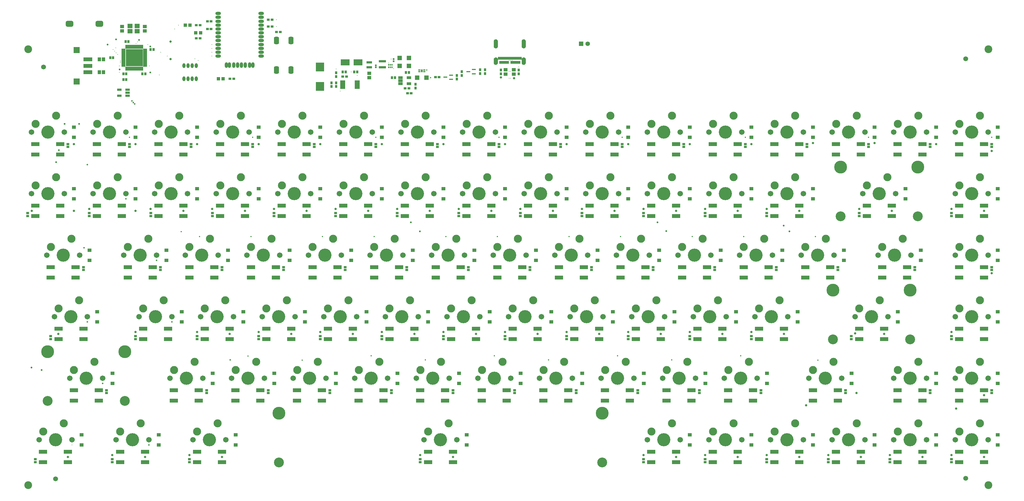
<source format=gbs>
G04*
G04 #@! TF.GenerationSoftware,Altium Limited,Altium Designer,19.0.15 (446)*
G04*
G04 Layer_Color=16711935*
%FSLAX44Y44*%
%MOMM*%
G71*
G01*
G75*
%ADD13C,2.4000*%
%ADD14C,4.0640*%
%ADD15C,1.7018*%
%ADD16C,2.4892*%
%ADD17C,3.9878*%
%ADD18C,3.0480*%
%ADD19R,1.4112X1.4112*%
%ADD20C,1.4112*%
%ADD21C,0.8032*%
%ADD22C,0.3048*%
%ADD23C,0.7000*%
%ADD24C,1.5000*%
%ADD25C,0.5588*%
%ADD26C,0.5842*%
%ADD27C,0.5080*%
%ADD28C,0.4318*%
%ADD29C,0.4300*%
%ADD66R,1.1684X0.4572*%
%ADD77R,0.5032X0.9032*%
%ADD78R,0.4000X0.5900*%
%ADD79R,0.4000X0.6200*%
G04:AMPARAMS|DCode=80|XSize=1.6032mm|YSize=2.3032mm|CornerRadius=0.4516mm|HoleSize=0mm|Usage=FLASHONLY|Rotation=0.000|XOffset=0mm|YOffset=0mm|HoleType=Round|Shape=RoundedRectangle|*
%AMROUNDEDRECTD80*
21,1,1.6032,1.4000,0,0,0.0*
21,1,0.7000,2.3032,0,0,0.0*
1,1,0.9032,0.3500,-0.7000*
1,1,0.9032,-0.3500,-0.7000*
1,1,0.9032,-0.3500,0.7000*
1,1,0.9032,0.3500,0.7000*
%
%ADD80ROUNDEDRECTD80*%
%ADD81R,0.9532X0.8032*%
%ADD82R,1.0032X1.0032*%
%ADD83O,0.9632X1.4732*%
%ADD84O,1.7032X1.0032*%
%ADD85O,1.0032X1.7032*%
%ADD86R,1.4132X0.7932*%
%ADD87R,0.8032X0.8432*%
%ADD88R,1.2032X1.1032*%
%ADD89R,1.6032X1.4032*%
%ADD90R,5.2832X5.2832*%
%ADD91R,1.2032X0.5032*%
%ADD92R,0.5032X1.2032*%
%ADD93R,1.0532X1.1532*%
%ADD94R,2.7532X1.2032*%
%ADD95R,1.9032X1.9032*%
G04:AMPARAMS|DCode=96|XSize=1.8032mm|YSize=2.3932mm|CornerRadius=0.5016mm|HoleSize=0mm|Usage=FLASHONLY|Rotation=270.000|XOffset=0mm|YOffset=0mm|HoleType=Round|Shape=RoundedRectangle|*
%AMROUNDEDRECTD96*
21,1,1.8032,1.3900,0,0,270.0*
21,1,0.8000,2.3932,0,0,270.0*
1,1,1.0032,-0.6950,-0.4000*
1,1,1.0032,-0.6950,0.4000*
1,1,1.0032,0.6950,0.4000*
1,1,1.0032,0.6950,-0.4000*
%
%ADD96ROUNDEDRECTD96*%
%ADD97R,0.5024X0.5524*%
%ADD98R,0.8032X0.9532*%
%ADD99R,1.8032X0.7032*%
%ADD100R,2.7032X1.9032*%
%ADD101R,2.6532X2.7532*%
%ADD102R,1.5748X0.6604*%
%ADD103R,1.4032X0.8932*%
%ADD104R,2.2032X0.8032*%
%ADD105R,1.4032X1.4032*%
%ADD106R,1.4032X1.4032*%
%ADD107R,0.6000X0.9100*%
%ADD108R,0.6500X0.4000*%
%ADD109R,0.3032X0.4032*%
%ADD110R,1.2032X0.9032*%
%ADD111R,1.1532X1.0532*%
%ADD112R,0.8432X0.8032*%
%ADD113R,2.5032X1.2032*%
%ADD114R,1.1532X1.1032*%
G36*
X1569550Y1367900D02*
Y1357900D01*
Y1357730D01*
X1569568Y1357390D01*
X1569603Y1357051D01*
X1569657Y1356715D01*
X1569727Y1356382D01*
X1569816Y1356053D01*
X1569921Y1355730D01*
X1570043Y1355412D01*
X1570181Y1355101D01*
X1570336Y1354797D01*
X1570506Y1354503D01*
X1570691Y1354217D01*
X1570891Y1353942D01*
X1571106Y1353677D01*
X1571333Y1353424D01*
X1571574Y1353183D01*
X1571827Y1352956D01*
X1572092Y1352742D01*
X1572367Y1352541D01*
X1572653Y1352356D01*
X1572947Y1352186D01*
X1573251Y1352031D01*
X1573562Y1351893D01*
X1573880Y1351771D01*
X1574203Y1351665D01*
X1574532Y1351577D01*
X1574865Y1351507D01*
X1575201Y1351453D01*
X1575540Y1351418D01*
X1575880Y1351400D01*
X1576050D01*
X1576220D01*
X1576560Y1351418D01*
X1576899Y1351453D01*
X1577235Y1351507D01*
X1577568Y1351577D01*
X1577897Y1351665D01*
X1578221Y1351771D01*
X1578538Y1351893D01*
X1578849Y1352031D01*
X1579153Y1352186D01*
X1579447Y1352356D01*
X1579733Y1352541D01*
X1580008Y1352741D01*
X1580273Y1352956D01*
X1580526Y1353183D01*
X1580766Y1353424D01*
X1580994Y1353677D01*
X1581208Y1353942D01*
X1581409Y1354217D01*
X1581594Y1354503D01*
X1581764Y1354797D01*
X1581919Y1355101D01*
X1582057Y1355412D01*
X1582179Y1355730D01*
X1582285Y1356053D01*
X1582373Y1356382D01*
X1582443Y1356715D01*
X1582497Y1357051D01*
X1582532Y1357390D01*
X1582550Y1357730D01*
Y1357900D01*
Y1367900D01*
Y1368070D01*
X1582532Y1368410D01*
X1582497Y1368749D01*
X1582443Y1369085D01*
X1582373Y1369418D01*
X1582285Y1369747D01*
X1582179Y1370070D01*
X1582057Y1370388D01*
X1581919Y1370699D01*
X1581764Y1371003D01*
X1581594Y1371297D01*
X1581409Y1371583D01*
X1581209Y1371858D01*
X1580994Y1372123D01*
X1580767Y1372376D01*
X1580526Y1372616D01*
X1580273Y1372844D01*
X1580008Y1373058D01*
X1579733Y1373259D01*
X1579447Y1373444D01*
X1579153Y1373614D01*
X1578849Y1373769D01*
X1578538Y1373907D01*
X1578221Y1374029D01*
X1577897Y1374135D01*
X1577568Y1374223D01*
X1577235Y1374293D01*
X1576899Y1374347D01*
X1576560Y1374382D01*
X1576220Y1374400D01*
X1576050D01*
X1575880D01*
X1575540Y1374382D01*
X1575201Y1374347D01*
X1574865Y1374293D01*
X1574532Y1374223D01*
X1574203Y1374135D01*
X1573880Y1374029D01*
X1573562Y1373907D01*
X1573251Y1373769D01*
X1572947Y1373614D01*
X1572653Y1373444D01*
X1572367Y1373259D01*
X1572092Y1373059D01*
X1571827Y1372844D01*
X1571574Y1372617D01*
X1571333Y1372376D01*
X1571106Y1372123D01*
X1570892Y1371858D01*
X1570691Y1371583D01*
X1570506Y1371297D01*
X1570336Y1371003D01*
X1570181Y1370699D01*
X1570043Y1370388D01*
X1569921Y1370070D01*
X1569816Y1369747D01*
X1569727Y1369418D01*
X1569657Y1369085D01*
X1569603Y1368749D01*
X1569568Y1368410D01*
X1569550Y1368070D01*
Y1367900D01*
D01*
D02*
G37*
G36*
Y1424500D02*
Y1408500D01*
X1569554Y1408368D01*
X1569583Y1408042D01*
X1569629Y1407717D01*
X1569691Y1407396D01*
X1569770Y1407078D01*
X1569866Y1406765D01*
X1569978Y1406457D01*
X1570106Y1406155D01*
X1570250Y1405861D01*
X1570409Y1405574D01*
X1570582Y1405296D01*
X1570770Y1405028D01*
X1570972Y1404770D01*
X1571187Y1404523D01*
X1571414Y1404287D01*
X1571654Y1404064D01*
X1571905Y1403853D01*
X1572166Y1403656D01*
X1572438Y1403473D01*
X1572719Y1403304D01*
X1573008Y1403150D01*
X1573305Y1403012D01*
X1573609Y1402889D01*
X1573918Y1402782D01*
X1574233Y1402692D01*
X1574552Y1402619D01*
X1574875Y1402562D01*
X1575200Y1402522D01*
X1575527Y1402499D01*
X1575855Y1402493D01*
X1576050Y1402500D01*
X1576245Y1402493D01*
X1576573Y1402499D01*
X1576900Y1402522D01*
X1577225Y1402562D01*
X1577547Y1402619D01*
X1577867Y1402692D01*
X1578181Y1402782D01*
X1578491Y1402889D01*
X1578795Y1403012D01*
X1579092Y1403150D01*
X1579381Y1403304D01*
X1579662Y1403473D01*
X1579933Y1403656D01*
X1580195Y1403853D01*
X1580446Y1404064D01*
X1580686Y1404287D01*
X1580913Y1404523D01*
X1581128Y1404770D01*
X1581330Y1405028D01*
X1581518Y1405296D01*
X1581691Y1405574D01*
X1581850Y1405861D01*
X1581994Y1406155D01*
X1582122Y1406457D01*
X1582234Y1406765D01*
X1582330Y1407078D01*
X1582409Y1407396D01*
X1582471Y1407717D01*
X1582517Y1408042D01*
X1582545Y1408368D01*
X1582550Y1408500D01*
Y1424500D01*
X1582545Y1424632D01*
X1582517Y1424958D01*
X1582471Y1425283D01*
X1582409Y1425604D01*
X1582330Y1425922D01*
X1582234Y1426235D01*
X1582122Y1426543D01*
X1581994Y1426845D01*
X1581850Y1427139D01*
X1581691Y1427426D01*
X1581518Y1427704D01*
X1581330Y1427972D01*
X1581128Y1428230D01*
X1580913Y1428477D01*
X1580686Y1428713D01*
X1580446Y1428936D01*
X1580195Y1429147D01*
X1579934Y1429344D01*
X1579662Y1429527D01*
X1579381Y1429696D01*
X1579092Y1429850D01*
X1578795Y1429988D01*
X1578491Y1430111D01*
X1578182Y1430217D01*
X1577867Y1430308D01*
X1577547Y1430381D01*
X1577225Y1430438D01*
X1576900Y1430478D01*
X1576573Y1430501D01*
X1576245Y1430507D01*
X1576050Y1430500D01*
X1575855Y1430507D01*
X1575527Y1430501D01*
X1575200Y1430478D01*
X1574875Y1430438D01*
X1574553Y1430381D01*
X1574233Y1430308D01*
X1573918Y1430218D01*
X1573609Y1430111D01*
X1573305Y1429988D01*
X1573008Y1429850D01*
X1572719Y1429696D01*
X1572438Y1429527D01*
X1572166Y1429344D01*
X1571905Y1429147D01*
X1571654Y1428936D01*
X1571414Y1428713D01*
X1571187Y1428477D01*
X1570972Y1428230D01*
X1570770Y1427972D01*
X1570582Y1427704D01*
X1570409Y1427426D01*
X1570250Y1427139D01*
X1570106Y1426845D01*
X1569978Y1426543D01*
X1569866Y1426236D01*
X1569770Y1425922D01*
X1569691Y1425604D01*
X1569629Y1425283D01*
X1569583Y1424958D01*
X1569554Y1424632D01*
X1569550Y1424500D01*
D01*
D02*
G37*
G36*
X1655950Y1367900D02*
Y1357900D01*
Y1357730D01*
X1655968Y1357390D01*
X1656003Y1357051D01*
X1656057Y1356715D01*
X1656127Y1356382D01*
X1656216Y1356053D01*
X1656321Y1355730D01*
X1656443Y1355412D01*
X1656581Y1355101D01*
X1656736Y1354797D01*
X1656906Y1354503D01*
X1657091Y1354217D01*
X1657291Y1353942D01*
X1657506Y1353677D01*
X1657733Y1353424D01*
X1657974Y1353183D01*
X1658227Y1352956D01*
X1658492Y1352742D01*
X1658767Y1352541D01*
X1659053Y1352356D01*
X1659347Y1352186D01*
X1659651Y1352031D01*
X1659962Y1351893D01*
X1660280Y1351771D01*
X1660603Y1351665D01*
X1660932Y1351577D01*
X1661265Y1351507D01*
X1661601Y1351453D01*
X1661940Y1351418D01*
X1662280Y1351400D01*
X1662450D01*
X1662620D01*
X1662960Y1351418D01*
X1663299Y1351453D01*
X1663635Y1351507D01*
X1663968Y1351577D01*
X1664297Y1351665D01*
X1664621Y1351771D01*
X1664938Y1351893D01*
X1665249Y1352031D01*
X1665553Y1352186D01*
X1665847Y1352356D01*
X1666133Y1352541D01*
X1666408Y1352741D01*
X1666673Y1352956D01*
X1666926Y1353183D01*
X1667166Y1353424D01*
X1667394Y1353677D01*
X1667608Y1353942D01*
X1667809Y1354217D01*
X1667994Y1354503D01*
X1668164Y1354797D01*
X1668319Y1355101D01*
X1668457Y1355412D01*
X1668579Y1355730D01*
X1668685Y1356053D01*
X1668773Y1356382D01*
X1668843Y1356715D01*
X1668897Y1357051D01*
X1668932Y1357390D01*
X1668950Y1357730D01*
Y1357900D01*
Y1367900D01*
Y1368070D01*
X1668932Y1368410D01*
X1668897Y1368749D01*
X1668843Y1369085D01*
X1668773Y1369418D01*
X1668685Y1369747D01*
X1668579Y1370070D01*
X1668457Y1370388D01*
X1668319Y1370699D01*
X1668164Y1371003D01*
X1667994Y1371297D01*
X1667809Y1371583D01*
X1667609Y1371858D01*
X1667394Y1372123D01*
X1667167Y1372376D01*
X1666926Y1372616D01*
X1666673Y1372844D01*
X1666408Y1373058D01*
X1666133Y1373259D01*
X1665847Y1373444D01*
X1665553Y1373614D01*
X1665249Y1373769D01*
X1664938Y1373907D01*
X1664621Y1374029D01*
X1664297Y1374135D01*
X1663968Y1374223D01*
X1663635Y1374293D01*
X1663299Y1374347D01*
X1662960Y1374382D01*
X1662620Y1374400D01*
X1662450D01*
X1662280D01*
X1661940Y1374382D01*
X1661601Y1374347D01*
X1661265Y1374293D01*
X1660932Y1374223D01*
X1660603Y1374135D01*
X1660280Y1374029D01*
X1659962Y1373907D01*
X1659651Y1373769D01*
X1659347Y1373614D01*
X1659053Y1373444D01*
X1658767Y1373259D01*
X1658492Y1373059D01*
X1658227Y1372844D01*
X1657974Y1372617D01*
X1657733Y1372376D01*
X1657506Y1372123D01*
X1657292Y1371858D01*
X1657091Y1371583D01*
X1656906Y1371297D01*
X1656736Y1371003D01*
X1656581Y1370699D01*
X1656443Y1370388D01*
X1656321Y1370070D01*
X1656216Y1369747D01*
X1656127Y1369418D01*
X1656057Y1369085D01*
X1656003Y1368749D01*
X1655968Y1368410D01*
X1655950Y1368070D01*
Y1367900D01*
D01*
D02*
G37*
G36*
Y1424500D02*
Y1408500D01*
X1655954Y1408368D01*
X1655983Y1408042D01*
X1656029Y1407717D01*
X1656091Y1407396D01*
X1656170Y1407078D01*
X1656266Y1406765D01*
X1656378Y1406457D01*
X1656506Y1406155D01*
X1656650Y1405861D01*
X1656809Y1405574D01*
X1656982Y1405296D01*
X1657170Y1405028D01*
X1657372Y1404770D01*
X1657587Y1404523D01*
X1657814Y1404287D01*
X1658054Y1404064D01*
X1658305Y1403853D01*
X1658566Y1403656D01*
X1658838Y1403473D01*
X1659119Y1403304D01*
X1659408Y1403150D01*
X1659705Y1403012D01*
X1660009Y1402889D01*
X1660318Y1402782D01*
X1660633Y1402692D01*
X1660952Y1402619D01*
X1661275Y1402562D01*
X1661600Y1402522D01*
X1661927Y1402499D01*
X1662255Y1402493D01*
X1662450Y1402500D01*
X1662645Y1402493D01*
X1662973Y1402499D01*
X1663300Y1402522D01*
X1663625Y1402562D01*
X1663947Y1402619D01*
X1664267Y1402692D01*
X1664581Y1402782D01*
X1664891Y1402889D01*
X1665195Y1403012D01*
X1665492Y1403150D01*
X1665781Y1403304D01*
X1666062Y1403473D01*
X1666333Y1403656D01*
X1666595Y1403853D01*
X1666846Y1404064D01*
X1667086Y1404287D01*
X1667313Y1404523D01*
X1667528Y1404770D01*
X1667730Y1405028D01*
X1667918Y1405296D01*
X1668091Y1405574D01*
X1668250Y1405861D01*
X1668394Y1406155D01*
X1668522Y1406457D01*
X1668634Y1406765D01*
X1668730Y1407078D01*
X1668809Y1407396D01*
X1668871Y1407717D01*
X1668917Y1408042D01*
X1668945Y1408368D01*
X1668950Y1408500D01*
Y1424500D01*
X1668945Y1424632D01*
X1668917Y1424958D01*
X1668871Y1425283D01*
X1668809Y1425604D01*
X1668730Y1425922D01*
X1668634Y1426235D01*
X1668522Y1426543D01*
X1668394Y1426845D01*
X1668250Y1427139D01*
X1668091Y1427426D01*
X1667918Y1427704D01*
X1667730Y1427972D01*
X1667528Y1428230D01*
X1667313Y1428477D01*
X1667086Y1428713D01*
X1666846Y1428936D01*
X1666595Y1429147D01*
X1666334Y1429344D01*
X1666062Y1429527D01*
X1665781Y1429696D01*
X1665492Y1429850D01*
X1665195Y1429988D01*
X1664891Y1430111D01*
X1664582Y1430217D01*
X1664267Y1430308D01*
X1663947Y1430381D01*
X1663625Y1430438D01*
X1663300Y1430478D01*
X1662973Y1430501D01*
X1662645Y1430507D01*
X1662450Y1430500D01*
X1662255Y1430507D01*
X1661927Y1430501D01*
X1661600Y1430478D01*
X1661275Y1430438D01*
X1660953Y1430381D01*
X1660633Y1430308D01*
X1660318Y1430218D01*
X1660009Y1430111D01*
X1659705Y1429988D01*
X1659408Y1429850D01*
X1659119Y1429696D01*
X1658838Y1429527D01*
X1658566Y1429344D01*
X1658305Y1429147D01*
X1658054Y1428936D01*
X1657814Y1428713D01*
X1657587Y1428477D01*
X1657372Y1428230D01*
X1657170Y1427972D01*
X1656982Y1427704D01*
X1656809Y1427426D01*
X1656650Y1427139D01*
X1656506Y1426845D01*
X1656378Y1426543D01*
X1656266Y1426236D01*
X1656170Y1425922D01*
X1656091Y1425604D01*
X1656029Y1425283D01*
X1655983Y1424958D01*
X1655954Y1424632D01*
X1655950Y1424500D01*
D01*
D02*
G37*
D13*
X130000Y50000D02*
D03*
X3100000D02*
D03*
Y1400000D02*
D03*
X130000D02*
D03*
D14*
X381000Y1143000D02*
D03*
X2571750Y762000D02*
D03*
X690565Y190500D02*
D03*
X452435D02*
D03*
X214312D02*
D03*
X309562Y381000D02*
D03*
X261938Y571500D02*
D03*
X238125Y762000D02*
D03*
X2762250Y952500D02*
D03*
X2809875Y762000D02*
D03*
X2738443Y571500D02*
D03*
X2595557Y381000D02*
D03*
X1404935Y190500D02*
D03*
X190500Y1143000D02*
D03*
X571500D02*
D03*
X762000D02*
D03*
X952500D02*
D03*
X1143000D02*
D03*
X1333500D02*
D03*
X1524000D02*
D03*
X1714500D02*
D03*
X1905000D02*
D03*
X2095500D02*
D03*
X2286000D02*
D03*
X2476500D02*
D03*
X2667000D02*
D03*
X2857500D02*
D03*
X3048000D02*
D03*
X381000Y952500D02*
D03*
X190500D02*
D03*
X571500D02*
D03*
X762000D02*
D03*
X952500D02*
D03*
X1143000D02*
D03*
X1333500D02*
D03*
X1524000D02*
D03*
X1714500D02*
D03*
X1905000D02*
D03*
X2095500D02*
D03*
X2286000D02*
D03*
X2476500D02*
D03*
X3048000D02*
D03*
X476250Y762000D02*
D03*
X666750D02*
D03*
X857250D02*
D03*
X1047750D02*
D03*
X1238250D02*
D03*
X1428750D02*
D03*
X1619250D02*
D03*
X1809750D02*
D03*
X2000250D02*
D03*
X2190750D02*
D03*
X2381250D02*
D03*
X3048000D02*
D03*
X523880Y571500D02*
D03*
X714380D02*
D03*
X904880D02*
D03*
X1095380D02*
D03*
X1285880D02*
D03*
X1476380D02*
D03*
X1666880D02*
D03*
X1857380D02*
D03*
X2047880D02*
D03*
X2238380D02*
D03*
X2428880D02*
D03*
X3048000D02*
D03*
X619123Y381000D02*
D03*
X809620D02*
D03*
X1000120D02*
D03*
X1190620D02*
D03*
X1381120D02*
D03*
X1571620D02*
D03*
X1762120D02*
D03*
X1952620D02*
D03*
X2143120D02*
D03*
X2333620D02*
D03*
X2857500D02*
D03*
X3048000D02*
D03*
X2095502Y190500D02*
D03*
X2286000D02*
D03*
X2476500D02*
D03*
X2667000D02*
D03*
X2857500D02*
D03*
X3048000D02*
D03*
D15*
X431800Y1143000D02*
D03*
X330200D02*
D03*
X2622550Y762000D02*
D03*
X2520950D02*
D03*
X639765Y190500D02*
D03*
X741365D02*
D03*
X401635D02*
D03*
X503235D02*
D03*
X163512D02*
D03*
X265112D02*
D03*
X360363Y381000D02*
D03*
X258762D02*
D03*
X312738Y571500D02*
D03*
X211138D02*
D03*
X288925Y762000D02*
D03*
X187325D02*
D03*
X2711450Y952500D02*
D03*
X2813050D02*
D03*
X2860675Y762000D02*
D03*
X2759075D02*
D03*
X2789243Y571500D02*
D03*
X2687643D02*
D03*
X2646357Y381000D02*
D03*
X2544757D02*
D03*
X1455735Y190500D02*
D03*
X1354135D02*
D03*
X139700Y1143000D02*
D03*
X241300D02*
D03*
X520700D02*
D03*
X622300D02*
D03*
X711200D02*
D03*
X812800D02*
D03*
X901700D02*
D03*
X1003300D02*
D03*
X1092200D02*
D03*
X1193800D02*
D03*
X1282700D02*
D03*
X1384300D02*
D03*
X1473200D02*
D03*
X1574800D02*
D03*
X1663700D02*
D03*
X1765300D02*
D03*
X1854200D02*
D03*
X1955800D02*
D03*
X2044700D02*
D03*
X2146300D02*
D03*
X2235200D02*
D03*
X2336800D02*
D03*
X2425700D02*
D03*
X2527300D02*
D03*
X2616200D02*
D03*
X2717800D02*
D03*
X2806700D02*
D03*
X2908300D02*
D03*
X2997200D02*
D03*
X3098800D02*
D03*
X330200Y952500D02*
D03*
X431800D02*
D03*
X139700D02*
D03*
X241300D02*
D03*
X520700D02*
D03*
X622300D02*
D03*
X711200D02*
D03*
X812800D02*
D03*
X901700D02*
D03*
X1003300D02*
D03*
X1092200D02*
D03*
X1193800D02*
D03*
X1282700D02*
D03*
X1384300D02*
D03*
X1473200D02*
D03*
X1574800D02*
D03*
X1663700D02*
D03*
X1765300D02*
D03*
X1854200D02*
D03*
X1955800D02*
D03*
X2044700D02*
D03*
X2146300D02*
D03*
X2235200D02*
D03*
X2336800D02*
D03*
X2425700D02*
D03*
X2527300D02*
D03*
X2997200D02*
D03*
X3098800D02*
D03*
X425450Y762000D02*
D03*
X527050D02*
D03*
X615950D02*
D03*
X717550D02*
D03*
X806450D02*
D03*
X908050D02*
D03*
X996950D02*
D03*
X1098550D02*
D03*
X1187450D02*
D03*
X1289050D02*
D03*
X1377950D02*
D03*
X1479550D02*
D03*
X1568450D02*
D03*
X1670050D02*
D03*
X1758950D02*
D03*
X1860550D02*
D03*
X1949450D02*
D03*
X2051050D02*
D03*
X2139950D02*
D03*
X2241550D02*
D03*
X2330450D02*
D03*
X2432050D02*
D03*
X2997200D02*
D03*
X3098800D02*
D03*
X473080Y571500D02*
D03*
X574680D02*
D03*
X663580D02*
D03*
X765180D02*
D03*
X854080D02*
D03*
X955680D02*
D03*
X1044580D02*
D03*
X1146180D02*
D03*
X1235080D02*
D03*
X1336680D02*
D03*
X1425580D02*
D03*
X1527180D02*
D03*
X1616080D02*
D03*
X1717680D02*
D03*
X1806580D02*
D03*
X1908180D02*
D03*
X1997080D02*
D03*
X2098680D02*
D03*
X2187580D02*
D03*
X2289180D02*
D03*
X2378080D02*
D03*
X2479680D02*
D03*
X2997200D02*
D03*
X3098800D02*
D03*
X568322Y381000D02*
D03*
X669922D02*
D03*
X758820D02*
D03*
X860420D02*
D03*
X949320D02*
D03*
X1050920D02*
D03*
X1139820D02*
D03*
X1241420D02*
D03*
X1330320D02*
D03*
X1431920D02*
D03*
X1520820D02*
D03*
X1622420D02*
D03*
X1711320D02*
D03*
X1812920D02*
D03*
X1901820D02*
D03*
X2003420D02*
D03*
X2092320D02*
D03*
X2193920D02*
D03*
X2282820D02*
D03*
X2384420D02*
D03*
X2806700D02*
D03*
X2908300D02*
D03*
X2997200D02*
D03*
X3098800D02*
D03*
X2044702Y190500D02*
D03*
X2146302D02*
D03*
X2235200D02*
D03*
X2336800D02*
D03*
X2425700D02*
D03*
X2527300D02*
D03*
X2616200D02*
D03*
X2717800D02*
D03*
X2806700D02*
D03*
X2908300D02*
D03*
X2997200D02*
D03*
X3098800D02*
D03*
D16*
X406400Y1193800D02*
D03*
X342900Y1168400D02*
D03*
X2597150Y812800D02*
D03*
X2533650Y787400D02*
D03*
X652465Y215900D02*
D03*
X715965Y241300D02*
D03*
X414335Y215900D02*
D03*
X477835Y241300D02*
D03*
X176213Y215900D02*
D03*
X239713Y241300D02*
D03*
X334963Y431800D02*
D03*
X271462Y406400D02*
D03*
X287337Y622300D02*
D03*
X223838Y596900D02*
D03*
X263525Y812800D02*
D03*
X200025Y787400D02*
D03*
X2724150Y977900D02*
D03*
X2787650Y1003300D02*
D03*
X2835275Y812800D02*
D03*
X2771775Y787400D02*
D03*
X2763842Y622300D02*
D03*
X2700343Y596900D02*
D03*
X2620957Y431800D02*
D03*
X2557457Y406400D02*
D03*
X1430335Y241300D02*
D03*
X1366835Y215900D02*
D03*
X152400Y1168400D02*
D03*
X215900Y1193800D02*
D03*
X533400Y1168400D02*
D03*
X596900Y1193800D02*
D03*
X723900Y1168400D02*
D03*
X787400Y1193800D02*
D03*
X914400Y1168400D02*
D03*
X977900Y1193800D02*
D03*
X1104900Y1168400D02*
D03*
X1168400Y1193800D02*
D03*
X1295400Y1168400D02*
D03*
X1358900Y1193800D02*
D03*
X1485900Y1168400D02*
D03*
X1549400Y1193800D02*
D03*
X1676400Y1168400D02*
D03*
X1739900Y1193800D02*
D03*
X1866900Y1168400D02*
D03*
X1930400Y1193800D02*
D03*
X2057400Y1168400D02*
D03*
X2120900Y1193800D02*
D03*
X2247900Y1168400D02*
D03*
X2311400Y1193800D02*
D03*
X2438400Y1168400D02*
D03*
X2501900Y1193800D02*
D03*
X2628900Y1168400D02*
D03*
X2692400Y1193800D02*
D03*
X2819400Y1168400D02*
D03*
X2882900Y1193800D02*
D03*
X3009900Y1168400D02*
D03*
X3073400Y1193800D02*
D03*
X342900Y977900D02*
D03*
X406400Y1003300D02*
D03*
X152400Y977900D02*
D03*
X215900Y1003300D02*
D03*
X533400Y977900D02*
D03*
X596900Y1003300D02*
D03*
X723900Y977900D02*
D03*
X787400Y1003300D02*
D03*
X914400Y977900D02*
D03*
X977900Y1003300D02*
D03*
X1104900Y977900D02*
D03*
X1168400Y1003300D02*
D03*
X1295400Y977900D02*
D03*
X1358900Y1003300D02*
D03*
X1485900Y977900D02*
D03*
X1549400Y1003300D02*
D03*
X1676400Y977900D02*
D03*
X1739900Y1003300D02*
D03*
X1866900Y977900D02*
D03*
X1930400Y1003300D02*
D03*
X2057400Y977900D02*
D03*
X2120900Y1003300D02*
D03*
X2247900Y977900D02*
D03*
X2311400Y1003300D02*
D03*
X2438400Y977900D02*
D03*
X2501900Y1003300D02*
D03*
X3009900Y977900D02*
D03*
X3073400Y1003300D02*
D03*
X438150Y787400D02*
D03*
X501650Y812800D02*
D03*
X628650Y787400D02*
D03*
X692150Y812800D02*
D03*
X819150Y787400D02*
D03*
X882650Y812800D02*
D03*
X1009650Y787400D02*
D03*
X1073150Y812800D02*
D03*
X1200150Y787400D02*
D03*
X1263650Y812800D02*
D03*
X1390650Y787400D02*
D03*
X1454150Y812800D02*
D03*
X1581150Y787400D02*
D03*
X1644650Y812800D02*
D03*
X1771650Y787400D02*
D03*
X1835150Y812800D02*
D03*
X1962150Y787400D02*
D03*
X2025650Y812800D02*
D03*
X2152650Y787400D02*
D03*
X2216150Y812800D02*
D03*
X2343150Y787400D02*
D03*
X2406650Y812800D02*
D03*
X3009900Y787400D02*
D03*
X3073400Y812800D02*
D03*
X485780Y596900D02*
D03*
X549280Y622300D02*
D03*
X676280Y596900D02*
D03*
X739780Y622300D02*
D03*
X866780Y596900D02*
D03*
X930280Y622300D02*
D03*
X1057280Y596900D02*
D03*
X1120780Y622300D02*
D03*
X1247780Y596900D02*
D03*
X1311280Y622300D02*
D03*
X1438280Y596900D02*
D03*
X1501780Y622300D02*
D03*
X1628780Y596900D02*
D03*
X1692280Y622300D02*
D03*
X1819280Y596900D02*
D03*
X1882780Y622300D02*
D03*
X2009780Y596900D02*
D03*
X2073280Y622300D02*
D03*
X2200280Y596900D02*
D03*
X2263780Y622300D02*
D03*
X2390780Y596900D02*
D03*
X2454280Y622300D02*
D03*
X3009900Y596900D02*
D03*
X3073400Y622300D02*
D03*
X581022Y406400D02*
D03*
X644522Y431800D02*
D03*
X771520Y406400D02*
D03*
X835020Y431800D02*
D03*
X962020Y406400D02*
D03*
X1025520Y431800D02*
D03*
X1152520Y406400D02*
D03*
X1216020Y431800D02*
D03*
X1343020Y406400D02*
D03*
X1406520Y431800D02*
D03*
X1533520Y406400D02*
D03*
X1597020Y431800D02*
D03*
X1724020Y406400D02*
D03*
X1787520Y431800D02*
D03*
X1914520Y406400D02*
D03*
X1978020Y431800D02*
D03*
X2105020Y406400D02*
D03*
X2168520Y431800D02*
D03*
X2295520Y406400D02*
D03*
X2359020Y431800D02*
D03*
X2819400Y406400D02*
D03*
X2882900Y431800D02*
D03*
X3009900Y406400D02*
D03*
X3073400Y431800D02*
D03*
X2057402Y215900D02*
D03*
X2120903Y241300D02*
D03*
X2247900Y215900D02*
D03*
X2311400Y241300D02*
D03*
X2438400Y215900D02*
D03*
X2501900Y241300D02*
D03*
X2628900Y215900D02*
D03*
X2692400Y241300D02*
D03*
X2819400Y215900D02*
D03*
X2882900Y241300D02*
D03*
X3009900Y215900D02*
D03*
X3073400Y241300D02*
D03*
D17*
X190182Y463550D02*
D03*
X428942D02*
D03*
X2881630Y1035050D02*
D03*
X2642870D02*
D03*
X2619062Y654050D02*
D03*
X2857823D02*
D03*
X904935Y273050D02*
D03*
X1904935D02*
D03*
D18*
X190182Y311150D02*
D03*
X428942D02*
D03*
X2881630Y882650D02*
D03*
X2642870D02*
D03*
X2619062Y501650D02*
D03*
X2857823D02*
D03*
X904935Y120650D02*
D03*
X1904935D02*
D03*
D19*
X1840000Y1416500D02*
D03*
D20*
X1860000D02*
D03*
D21*
X1662450D02*
D03*
X1576050D02*
D03*
X1662450Y1362900D02*
D03*
X1576050D02*
D03*
D22*
X1260000Y1339340D02*
D03*
X1082500Y1339187D02*
D03*
X1128710Y1329250D02*
D03*
X560000Y1378500D02*
D03*
X594500Y1474500D02*
D03*
X582500Y1462500D02*
D03*
X467500Y1422500D02*
D03*
X265110Y174750D02*
D03*
X463000Y1417500D02*
D03*
X392500Y1398500D02*
D03*
X397341Y1393500D02*
D03*
X401635Y1388500D02*
D03*
X406400Y1383500D02*
D03*
X415000Y1363286D02*
D03*
Y1358714D02*
D03*
X411950Y1328500D02*
D03*
X505000Y1348500D02*
D03*
X535000Y1320000D02*
D03*
X411950Y1348500D02*
D03*
X400874Y1404126D02*
D03*
X1095000Y1270250D02*
D03*
X539500Y1390500D02*
D03*
X697500Y1378500D02*
D03*
Y1390500D02*
D03*
Y1402500D02*
D03*
X500000Y1414500D02*
D03*
X697500D02*
D03*
X1616964Y1310000D02*
D03*
X1621536D02*
D03*
X655710Y1365000D02*
D03*
X897500Y1491000D02*
D03*
X645000Y1370000D02*
D03*
X897500Y1470000D02*
D03*
X1245000Y1357749D02*
D03*
X1621536Y1365300D02*
D03*
X1616964Y1331000D02*
D03*
X1621536D02*
D03*
X1616964Y1365300D02*
D03*
X1147098Y1318152D02*
D03*
X1252500Y1368950D02*
D03*
X1646750Y1345000D02*
D03*
X1626721Y1365300D02*
D03*
D23*
X1632500Y1309815D02*
D03*
X1591786Y1312230D02*
D03*
X3086500Y328472D02*
D03*
X2999813Y287500D02*
D03*
X2691997Y335200D02*
D03*
X2536043Y297500D02*
D03*
X3086500Y137500D02*
D03*
X2896000D02*
D03*
X2985691Y143000D02*
D03*
X2795190D02*
D03*
X2705500Y137500D02*
D03*
X2515000D02*
D03*
X2604691Y143000D02*
D03*
X2414190D02*
D03*
X2324503Y137500D02*
D03*
X2134002D02*
D03*
X2223690Y143000D02*
D03*
X2033190D02*
D03*
X1443435Y137500D02*
D03*
X1342630Y143000D02*
D03*
X729060Y137500D02*
D03*
X628250Y143000D02*
D03*
X490935Y137500D02*
D03*
X390130Y143000D02*
D03*
X252812Y137500D02*
D03*
X3110310Y706000D02*
D03*
X2985690Y524000D02*
D03*
X2687643Y520000D02*
D03*
X2467380Y518500D02*
D03*
X2276880D02*
D03*
X2366570Y524000D02*
D03*
X2176070D02*
D03*
X2086378Y518500D02*
D03*
X1895877D02*
D03*
X1985570Y524000D02*
D03*
X1795070D02*
D03*
X1705378Y518500D02*
D03*
X1514877D02*
D03*
X1604570Y524000D02*
D03*
X1414070D02*
D03*
X1324377Y518500D02*
D03*
X1133877D02*
D03*
X1223570Y524000D02*
D03*
X1033070D02*
D03*
X943380Y518500D02*
D03*
X752880D02*
D03*
X842570Y524000D02*
D03*
X652070D02*
D03*
X461570D02*
D03*
X222621Y518500D02*
D03*
X2776942D02*
D03*
X318690Y905000D02*
D03*
X141106Y899148D02*
D03*
X699100Y905000D02*
D03*
X508600D02*
D03*
X1080438D02*
D03*
X889938D02*
D03*
X1461690D02*
D03*
X1271190D02*
D03*
X1842438D02*
D03*
X1651938D02*
D03*
X2033190D02*
D03*
X2223690D02*
D03*
X2414190D02*
D03*
X2699940D02*
D03*
X2985690D02*
D03*
X3086500Y899148D02*
D03*
X2800750Y899500D02*
D03*
X2515000D02*
D03*
X2133997D02*
D03*
X2324495D02*
D03*
X1753000Y899500D02*
D03*
X1943497D02*
D03*
X1372000D02*
D03*
X1562497D02*
D03*
X991000D02*
D03*
X1181497D02*
D03*
X610000D02*
D03*
X800497D02*
D03*
X271462D02*
D03*
X461960D02*
D03*
X3110310Y1085000D02*
D03*
X2938210Y1106000D02*
D03*
X2557460Y1109472D02*
D03*
X2747960D02*
D03*
X2176210Y1106000D02*
D03*
X2366707D02*
D03*
X1795460D02*
D03*
X1985957D02*
D03*
X1414460D02*
D03*
X1604957D02*
D03*
X1033460D02*
D03*
X1223957D02*
D03*
X652210D02*
D03*
X842707D02*
D03*
X461960D02*
D03*
X271462D02*
D03*
X570000Y1368950D02*
D03*
Y1423680D02*
D03*
D24*
X177500Y1345000D02*
D03*
X214312Y70000D02*
D03*
X3030000Y71270D02*
D03*
Y1370000D02*
D03*
D25*
X375000Y1414000D02*
D03*
X225000Y1087000D02*
D03*
X215900Y1050000D02*
D03*
X171400Y406400D02*
D03*
X139700Y414200D02*
D03*
X287337Y1168400D02*
D03*
X242500D02*
D03*
X1341434Y836000D02*
D03*
X1313434Y864000D02*
D03*
X2076000Y863437D02*
D03*
X2103000Y836437D02*
D03*
X2484434Y836000D02*
D03*
X2466434Y854000D02*
D03*
D26*
X412500Y1337500D02*
D03*
X401635Y1430000D02*
D03*
X507500Y1408372D02*
D03*
X473080Y1428200D02*
D03*
X507500Y1327363D02*
D03*
D27*
X503240Y174750D02*
D03*
X360360Y365250D02*
D03*
X754759Y438069D02*
D03*
X312740Y555750D02*
D03*
X574680D02*
D03*
X302500Y785000D02*
D03*
X450435Y1240000D02*
D03*
X527050Y746250D02*
D03*
X455000Y1235000D02*
D03*
X312500Y1042262D02*
D03*
X459086Y1230000D02*
D03*
X431800Y936750D02*
D03*
D28*
X443310Y1127250D02*
D03*
X2572500Y437310D02*
D03*
X2333800Y450500D02*
D03*
X1952710Y450250D02*
D03*
X2120590Y437560D02*
D03*
X1571800Y450500D02*
D03*
X1739680Y437810D02*
D03*
X1190710Y450250D02*
D03*
X1358590Y437560D02*
D03*
X977500Y437310D02*
D03*
X809620Y450000D02*
D03*
X2564550Y820000D02*
D03*
X2183550D02*
D03*
X1802550D02*
D03*
X1421550D02*
D03*
X1040000D02*
D03*
X660000Y819550D02*
D03*
X2343150Y820000D02*
D03*
X1962150D02*
D03*
X1581150D02*
D03*
X1200150D02*
D03*
X819150D02*
D03*
X602750Y835000D02*
D03*
X824310Y1127250D02*
D03*
X1205310D02*
D03*
X1586310D02*
D03*
X1967310D02*
D03*
X2348310D02*
D03*
X2729310D02*
D03*
X3110310D02*
D03*
D29*
X1374450Y1312050D02*
D03*
X1362500Y1335250D02*
D03*
D66*
X1420094Y1313000D02*
D03*
X1437620Y1306500D02*
D03*
Y1319500D02*
D03*
X1490954Y1330250D02*
D03*
X1508480Y1323749D02*
D03*
Y1336750D02*
D03*
D77*
X1614250Y1358800D02*
D03*
X1624250D02*
D03*
X1621750Y1371800D02*
D03*
X1616750D02*
D03*
X1596750D02*
D03*
X1601750D02*
D03*
X1606750D02*
D03*
X1611750D02*
D03*
X1626750D02*
D03*
X1631750D02*
D03*
X1636750D02*
D03*
X1641750D02*
D03*
X1649250Y1358800D02*
D03*
X1644250D02*
D03*
X1639250D02*
D03*
X1634250D02*
D03*
X1629250D02*
D03*
X1609250D02*
D03*
X1604250D02*
D03*
X1599250D02*
D03*
X1594250D02*
D03*
X1589250D02*
D03*
D78*
X1245000Y1343900D02*
D03*
X1250000D02*
D03*
X1255000D02*
D03*
Y1351599D02*
D03*
X1250000D02*
D03*
D79*
X1245000D02*
D03*
D80*
X943000Y1335500D02*
D03*
X898000D02*
D03*
Y1426500D02*
D03*
X943000D02*
D03*
D81*
X898000Y1453500D02*
D03*
X909500D02*
D03*
X649750Y1433500D02*
D03*
X661250D02*
D03*
X649750Y1474500D02*
D03*
X661250D02*
D03*
X684000Y1462500D02*
D03*
X695500D02*
D03*
X684000Y1486500D02*
D03*
X695500D02*
D03*
X754000Y1308000D02*
D03*
X765500D02*
D03*
X883750Y1470000D02*
D03*
X872250D02*
D03*
X883750Y1491000D02*
D03*
X872250D02*
D03*
X1114402Y1315250D02*
D03*
X1102902D02*
D03*
X1401000Y1313000D02*
D03*
X1389500D02*
D03*
X1302848Y1263500D02*
D03*
X1314348D02*
D03*
X1307380Y1278800D02*
D03*
X1295880D02*
D03*
D82*
X630500Y1474500D02*
D03*
X615500D02*
D03*
X663000Y1450500D02*
D03*
X648000D02*
D03*
X718000Y1308000D02*
D03*
X733000D02*
D03*
D83*
X624150Y1349000D02*
D03*
X611450D02*
D03*
Y1308000D02*
D03*
X624150D02*
D03*
X649550Y1308000D02*
D03*
X636850D02*
D03*
X649550Y1349000D02*
D03*
X636850D02*
D03*
D84*
X850500Y1510500D02*
D03*
Y1498500D02*
D03*
Y1486500D02*
D03*
Y1474500D02*
D03*
Y1462500D02*
D03*
Y1450500D02*
D03*
Y1438500D02*
D03*
Y1426500D02*
D03*
Y1414500D02*
D03*
Y1402500D02*
D03*
Y1390500D02*
D03*
Y1378500D02*
D03*
X717500D02*
D03*
Y1390500D02*
D03*
Y1402500D02*
D03*
Y1414500D02*
D03*
Y1426500D02*
D03*
Y1438500D02*
D03*
Y1450500D02*
D03*
Y1462500D02*
D03*
Y1474500D02*
D03*
Y1486500D02*
D03*
Y1498500D02*
D03*
Y1510500D02*
D03*
D85*
X752500Y1350500D02*
D03*
X814500D02*
D03*
X765500D02*
D03*
X742500D02*
D03*
X789500D02*
D03*
X777500D02*
D03*
X824500D02*
D03*
X801500D02*
D03*
D86*
X437050Y1274500D02*
D03*
Y1265000D02*
D03*
Y1255500D02*
D03*
X411950D02*
D03*
Y1274500D02*
D03*
D87*
X424200Y1306000D02*
D03*
X433000D02*
D03*
X424200Y1323500D02*
D03*
X433000D02*
D03*
X431100Y1423500D02*
D03*
X439900D02*
D03*
X491800Y1323500D02*
D03*
X483000D02*
D03*
X517400Y1398500D02*
D03*
X508600D02*
D03*
X383600Y1373500D02*
D03*
X392400D02*
D03*
X1138298Y1329250D02*
D03*
X1147098D02*
D03*
X1111702D02*
D03*
X1102902D02*
D03*
X1298580Y1327749D02*
D03*
X1307380D02*
D03*
X1255420Y1312050D02*
D03*
X1264220D02*
D03*
D88*
X420500Y1470250D02*
D03*
Y1456750D02*
D03*
X490500D02*
D03*
Y1470250D02*
D03*
X1184850Y1325500D02*
D03*
Y1311999D02*
D03*
D89*
X444500Y1471500D02*
D03*
Y1455500D02*
D03*
X466500Y1471500D02*
D03*
Y1455500D02*
D03*
D90*
X458000Y1373500D02*
D03*
D91*
X424500Y1348500D02*
D03*
Y1353500D02*
D03*
Y1358500D02*
D03*
Y1363500D02*
D03*
Y1368500D02*
D03*
Y1373500D02*
D03*
Y1378500D02*
D03*
Y1383500D02*
D03*
Y1388500D02*
D03*
Y1393500D02*
D03*
Y1398500D02*
D03*
X491500D02*
D03*
Y1393500D02*
D03*
Y1388500D02*
D03*
Y1383500D02*
D03*
Y1378500D02*
D03*
Y1373500D02*
D03*
Y1368500D02*
D03*
Y1363500D02*
D03*
Y1358500D02*
D03*
Y1353500D02*
D03*
Y1348500D02*
D03*
D92*
X433000Y1407000D02*
D03*
X438000D02*
D03*
X443000D02*
D03*
X448000D02*
D03*
X453000D02*
D03*
X458000D02*
D03*
X463000D02*
D03*
X468000D02*
D03*
X473000D02*
D03*
X478000D02*
D03*
X483000D02*
D03*
Y1340000D02*
D03*
X478000D02*
D03*
X473000D02*
D03*
X468000D02*
D03*
X463000D02*
D03*
X458000D02*
D03*
X453000D02*
D03*
X448000D02*
D03*
X443000D02*
D03*
X438000D02*
D03*
X433000D02*
D03*
D93*
X362655Y1328500D02*
D03*
X349655D02*
D03*
X362655Y1368500D02*
D03*
X349655D02*
D03*
D94*
X314400D02*
D03*
Y1348500D02*
D03*
Y1328500D02*
D03*
D95*
X279650Y1299500D02*
D03*
Y1397500D02*
D03*
D96*
X257705Y1478500D02*
D03*
X349605D02*
D03*
D97*
X1205000Y1350100D02*
D03*
Y1343900D02*
D03*
X1260000Y1368950D02*
D03*
Y1362750D02*
D03*
D98*
X1082500Y1284500D02*
D03*
Y1295999D02*
D03*
X1067500D02*
D03*
Y1284500D02*
D03*
X1082500Y1315250D02*
D03*
Y1326750D02*
D03*
X1456000Y1307250D02*
D03*
Y1318750D02*
D03*
X1328200Y1291000D02*
D03*
Y1279500D02*
D03*
X1471000Y1318750D02*
D03*
Y1330250D02*
D03*
X1542500Y1336000D02*
D03*
Y1324500D02*
D03*
X1527500D02*
D03*
Y1336000D02*
D03*
X1591750Y1335250D02*
D03*
Y1323750D02*
D03*
X1646750Y1335250D02*
D03*
Y1323750D02*
D03*
D99*
X1184850Y1358900D02*
D03*
Y1343900D02*
D03*
D100*
X1110000Y1358900D02*
D03*
X1150000D02*
D03*
D101*
X1032500Y1345000D02*
D03*
Y1284500D02*
D03*
D102*
X1102902Y1280598D02*
D03*
Y1286948D02*
D03*
Y1293552D02*
D03*
Y1299902D02*
D03*
X1147098D02*
D03*
Y1293552D02*
D03*
Y1286948D02*
D03*
Y1280598D02*
D03*
D103*
X1281378Y1293049D02*
D03*
Y1302550D02*
D03*
Y1312050D02*
D03*
X1307380D02*
D03*
Y1293049D02*
D03*
D104*
X1225000Y1362899D02*
D03*
Y1343900D02*
D03*
D105*
X1361800Y1312050D02*
D03*
X1278780Y1372750D02*
D03*
Y1347750D02*
D03*
D106*
X1333200Y1312050D02*
D03*
X1307380Y1372750D02*
D03*
Y1347750D02*
D03*
D107*
X1347500Y1332750D02*
D03*
D108*
X1354750Y1335250D02*
D03*
Y1330250D02*
D03*
X1340000Y1335250D02*
D03*
Y1330250D02*
D03*
D109*
X1666250Y1416500D02*
D03*
X1572250D02*
D03*
X1658250Y1362500D02*
D03*
X1572250D02*
D03*
D110*
X1588250Y1371800D02*
D03*
X1650250D02*
D03*
D111*
X1606750Y1336000D02*
D03*
Y1323000D02*
D03*
X1631750Y1336000D02*
D03*
Y1323000D02*
D03*
D112*
X152000Y121500D02*
D03*
Y130300D02*
D03*
X2033190Y121500D02*
D03*
Y130300D02*
D03*
X1342630Y121500D02*
D03*
Y130300D02*
D03*
X628250Y121500D02*
D03*
Y130300D02*
D03*
X390130Y121500D02*
D03*
Y130300D02*
D03*
X2414190Y121500D02*
D03*
Y130300D02*
D03*
X2223690Y121500D02*
D03*
Y130300D02*
D03*
X2604690Y121500D02*
D03*
Y130300D02*
D03*
X2985690Y121500D02*
D03*
Y130300D02*
D03*
X2795190Y121500D02*
D03*
Y130300D02*
D03*
X2657870Y344000D02*
D03*
Y335200D02*
D03*
X2919810Y344000D02*
D03*
Y335200D02*
D03*
X3110310Y344000D02*
D03*
Y335200D02*
D03*
X2014930Y344000D02*
D03*
Y335200D02*
D03*
X2205430Y344000D02*
D03*
Y335200D02*
D03*
X2395930Y344000D02*
D03*
Y335200D02*
D03*
X1443430Y344000D02*
D03*
Y335200D02*
D03*
X1633930Y344000D02*
D03*
Y335200D02*
D03*
X1824430Y344000D02*
D03*
Y335200D02*
D03*
X1252930Y344000D02*
D03*
Y335200D02*
D03*
X871930Y344000D02*
D03*
Y335200D02*
D03*
X199630Y502500D02*
D03*
Y511300D02*
D03*
X371870Y344000D02*
D03*
Y335200D02*
D03*
X681430Y344000D02*
D03*
Y335200D02*
D03*
X1033070Y502500D02*
D03*
Y511300D02*
D03*
X842570Y502500D02*
D03*
Y511300D02*
D03*
X652070Y502500D02*
D03*
Y511300D02*
D03*
X461570Y502500D02*
D03*
Y511300D02*
D03*
X1604570Y502500D02*
D03*
Y511300D02*
D03*
X1414070Y502500D02*
D03*
Y511300D02*
D03*
X1223570Y502500D02*
D03*
Y511300D02*
D03*
X1795070Y502500D02*
D03*
Y511300D02*
D03*
X1985570Y502500D02*
D03*
Y511300D02*
D03*
X2176070Y502500D02*
D03*
Y511300D02*
D03*
X2985690Y502500D02*
D03*
Y511300D02*
D03*
X2676130Y502500D02*
D03*
Y511300D02*
D03*
X2366570Y502500D02*
D03*
Y511300D02*
D03*
X2443560Y725000D02*
D03*
Y716200D02*
D03*
X2634060Y725000D02*
D03*
Y716200D02*
D03*
X2872190Y725000D02*
D03*
Y716200D02*
D03*
X3110310Y725000D02*
D03*
Y716200D02*
D03*
X1872060Y725000D02*
D03*
Y716200D02*
D03*
X2062560Y725000D02*
D03*
Y716200D02*
D03*
X2253060Y725000D02*
D03*
Y716200D02*
D03*
X919560Y725000D02*
D03*
Y716200D02*
D03*
X1110060Y725000D02*
D03*
Y716200D02*
D03*
X1300560Y725000D02*
D03*
Y716200D02*
D03*
X1491060Y725000D02*
D03*
Y716200D02*
D03*
X1681560Y725000D02*
D03*
Y716200D02*
D03*
X729060Y725000D02*
D03*
Y716200D02*
D03*
X128190Y883500D02*
D03*
Y892300D02*
D03*
X300430Y725000D02*
D03*
Y716200D02*
D03*
X538560Y725000D02*
D03*
Y716200D02*
D03*
X699690Y883500D02*
D03*
Y892300D02*
D03*
X509190Y883500D02*
D03*
Y892300D02*
D03*
X318690Y883500D02*
D03*
Y892300D02*
D03*
X1271190Y883500D02*
D03*
Y892300D02*
D03*
X1080690Y883500D02*
D03*
Y892300D02*
D03*
X890190Y883500D02*
D03*
Y892300D02*
D03*
X2033190Y883500D02*
D03*
Y892300D02*
D03*
X1842690Y883500D02*
D03*
Y892300D02*
D03*
X1652190Y883500D02*
D03*
Y892300D02*
D03*
X1461690Y883500D02*
D03*
Y892300D02*
D03*
X2699940Y883500D02*
D03*
Y892300D02*
D03*
X2414190Y883500D02*
D03*
Y892300D02*
D03*
X2223690Y883500D02*
D03*
Y892300D02*
D03*
X2985690Y883500D02*
D03*
Y892300D02*
D03*
X2729310Y1106000D02*
D03*
Y1097200D02*
D03*
X2919810Y1106000D02*
D03*
Y1097200D02*
D03*
X3110310Y1106000D02*
D03*
Y1097200D02*
D03*
X2157810Y1106000D02*
D03*
Y1097200D02*
D03*
X2348310Y1106000D02*
D03*
Y1097200D02*
D03*
X2538810Y1106000D02*
D03*
Y1097200D02*
D03*
X1586310Y1106000D02*
D03*
Y1097200D02*
D03*
X1776810Y1106000D02*
D03*
Y1097200D02*
D03*
X1967310Y1106000D02*
D03*
Y1097200D02*
D03*
X824310Y1106000D02*
D03*
Y1097200D02*
D03*
X1014810Y1106000D02*
D03*
Y1097200D02*
D03*
X1205310Y1106000D02*
D03*
Y1097200D02*
D03*
X1395810Y1106000D02*
D03*
Y1097200D02*
D03*
X443310Y1106000D02*
D03*
Y1097200D02*
D03*
X633810Y1106000D02*
D03*
Y1097200D02*
D03*
X252812Y1106000D02*
D03*
Y1097200D02*
D03*
X1062430Y335200D02*
D03*
Y344000D02*
D03*
D113*
X252812Y153500D02*
D03*
X175813D02*
D03*
X252812Y121500D02*
D03*
X175813D02*
D03*
X490935Y153500D02*
D03*
X413935D02*
D03*
X490935Y121500D02*
D03*
X413935D02*
D03*
X729060Y153500D02*
D03*
X652060D02*
D03*
X729060Y121500D02*
D03*
X652060D02*
D03*
X1443435Y153500D02*
D03*
X1366435D02*
D03*
X1443435Y121500D02*
D03*
X1366435D02*
D03*
X2134002Y153500D02*
D03*
X2057003D02*
D03*
X2134002Y121500D02*
D03*
X2057003D02*
D03*
X2324500Y153500D02*
D03*
X2247500D02*
D03*
X2324500Y121500D02*
D03*
X2247500D02*
D03*
X2515000Y153500D02*
D03*
X2438000D02*
D03*
X2515000Y121500D02*
D03*
X2438000D02*
D03*
X2705500Y153500D02*
D03*
X2628500D02*
D03*
X2705500Y121500D02*
D03*
X2628500D02*
D03*
X961620Y312000D02*
D03*
X1038620D02*
D03*
X961620Y344000D02*
D03*
X1038620D02*
D03*
X2557060Y312000D02*
D03*
X2634060D02*
D03*
X2557060Y344000D02*
D03*
X2634060D02*
D03*
X2295120Y312000D02*
D03*
X2372120D02*
D03*
X2295120Y344000D02*
D03*
X2372120D02*
D03*
X2104620Y312000D02*
D03*
X2181620D02*
D03*
X2104620Y344000D02*
D03*
X2181620D02*
D03*
X1914120Y312000D02*
D03*
X1991120D02*
D03*
X1914120Y344000D02*
D03*
X1991120D02*
D03*
X1723620Y312000D02*
D03*
X1800620D02*
D03*
X1723620Y344000D02*
D03*
X1800620D02*
D03*
X2896000Y153500D02*
D03*
X2819000D02*
D03*
X2896000Y121500D02*
D03*
X2819000D02*
D03*
X3086500Y153500D02*
D03*
X3009500D02*
D03*
X3086500Y121500D02*
D03*
X3009500D02*
D03*
Y312000D02*
D03*
X3086500D02*
D03*
X3009500Y344000D02*
D03*
X3086500D02*
D03*
X2819000Y312000D02*
D03*
X2896000D02*
D03*
X2819000Y344000D02*
D03*
X2896000D02*
D03*
X1533120Y312000D02*
D03*
X1610120D02*
D03*
X1533120Y344000D02*
D03*
X1610120D02*
D03*
X1342620Y312000D02*
D03*
X1419620D02*
D03*
X1342620Y344000D02*
D03*
X1419620D02*
D03*
X1152120Y312000D02*
D03*
X1229120D02*
D03*
X1152120Y344000D02*
D03*
X1229120D02*
D03*
X1895880Y534500D02*
D03*
X1818880D02*
D03*
X1895880Y502500D02*
D03*
X1818880D02*
D03*
X771120Y312000D02*
D03*
X848120D02*
D03*
X771120Y344000D02*
D03*
X848120D02*
D03*
X271063Y312000D02*
D03*
X348062D02*
D03*
X271063Y344000D02*
D03*
X348062D02*
D03*
X580623Y312000D02*
D03*
X657623D02*
D03*
X580623Y344000D02*
D03*
X657623D02*
D03*
X1324380Y534500D02*
D03*
X1247380D02*
D03*
X1324380Y502500D02*
D03*
X1247380D02*
D03*
X1133880Y534500D02*
D03*
X1056880D02*
D03*
X1133880Y502500D02*
D03*
X1056880D02*
D03*
X943380Y534500D02*
D03*
X866380D02*
D03*
X943380Y502500D02*
D03*
X866380D02*
D03*
X1705380Y534500D02*
D03*
X1628380D02*
D03*
X1705380Y502500D02*
D03*
X1628380D02*
D03*
X1514880Y534500D02*
D03*
X1437880D02*
D03*
X1514880Y502500D02*
D03*
X1437880D02*
D03*
X752880Y534500D02*
D03*
X675880D02*
D03*
X752880Y502500D02*
D03*
X675880D02*
D03*
X562380Y534500D02*
D03*
X485380D02*
D03*
X562380Y502500D02*
D03*
X485380D02*
D03*
X300437Y534500D02*
D03*
X223438D02*
D03*
X300437Y502500D02*
D03*
X223438D02*
D03*
X2086380Y534500D02*
D03*
X2009380D02*
D03*
X2086380Y502500D02*
D03*
X2009380D02*
D03*
X2467380Y534500D02*
D03*
X2390380D02*
D03*
X2467380Y502500D02*
D03*
X2390380D02*
D03*
X2276880Y534500D02*
D03*
X2199880D02*
D03*
X2276880Y502500D02*
D03*
X2199880D02*
D03*
X2776942Y534500D02*
D03*
X2699942D02*
D03*
X2776942Y502500D02*
D03*
X2699942D02*
D03*
X3086500Y534500D02*
D03*
X3009500D02*
D03*
X3086500Y502500D02*
D03*
X3009500D02*
D03*
Y693000D02*
D03*
X3086500D02*
D03*
X3009500Y725000D02*
D03*
X3086500D02*
D03*
X2771380Y693000D02*
D03*
X2848380D02*
D03*
X2771380Y725000D02*
D03*
X2848380D02*
D03*
X2533250Y693000D02*
D03*
X2610250D02*
D03*
X2533250Y725000D02*
D03*
X2610250D02*
D03*
X1771250Y693000D02*
D03*
X1848250D02*
D03*
X1771250Y725000D02*
D03*
X1848250D02*
D03*
X1580750Y693000D02*
D03*
X1657750D02*
D03*
X1580750Y725000D02*
D03*
X1657750D02*
D03*
X1390250Y693000D02*
D03*
X1467250D02*
D03*
X1390250Y725000D02*
D03*
X1467250D02*
D03*
X628250Y693000D02*
D03*
X705250D02*
D03*
X628250Y725000D02*
D03*
X705250D02*
D03*
X1199750Y693000D02*
D03*
X1276750D02*
D03*
X1199750Y725000D02*
D03*
X1276750D02*
D03*
X1009250Y693000D02*
D03*
X1086250D02*
D03*
X1009250Y725000D02*
D03*
X1086250D02*
D03*
X818750Y693000D02*
D03*
X895750D02*
D03*
X818750Y725000D02*
D03*
X895750D02*
D03*
X2342750Y693000D02*
D03*
X2419750D02*
D03*
X2342750Y725000D02*
D03*
X2419750D02*
D03*
X2152250Y693000D02*
D03*
X2229250D02*
D03*
X2152250Y725000D02*
D03*
X2229250D02*
D03*
X1961750Y693000D02*
D03*
X2038750D02*
D03*
X1961750Y725000D02*
D03*
X2038750D02*
D03*
X2134002Y915500D02*
D03*
X2057003D02*
D03*
X2134002Y883500D02*
D03*
X2057003D02*
D03*
X2800750Y915500D02*
D03*
X2723750D02*
D03*
X2800750Y883500D02*
D03*
X2723750D02*
D03*
X437750Y693000D02*
D03*
X514750D02*
D03*
X437750Y725000D02*
D03*
X514750D02*
D03*
X229000Y915500D02*
D03*
X152000D02*
D03*
X229000Y883500D02*
D03*
X152000D02*
D03*
X199625Y693000D02*
D03*
X276625D02*
D03*
X199625Y725000D02*
D03*
X276625D02*
D03*
X419500Y915500D02*
D03*
X342500D02*
D03*
X419500Y883500D02*
D03*
X342500D02*
D03*
X991000Y915500D02*
D03*
X914000D02*
D03*
X991000Y883500D02*
D03*
X914000D02*
D03*
X800500Y915500D02*
D03*
X723500D02*
D03*
X800500Y883500D02*
D03*
X723500D02*
D03*
X610000Y915500D02*
D03*
X533000D02*
D03*
X610000Y883500D02*
D03*
X533000D02*
D03*
X1562500Y915500D02*
D03*
X1485500D02*
D03*
X1562500Y883500D02*
D03*
X1485500D02*
D03*
X1753000Y915500D02*
D03*
X1676000D02*
D03*
X1753000Y883500D02*
D03*
X1676000D02*
D03*
X2515000Y915500D02*
D03*
X2438000D02*
D03*
X2515000Y883500D02*
D03*
X2438000D02*
D03*
X3086500Y915500D02*
D03*
X3009500D02*
D03*
X3086500Y883500D02*
D03*
X3009500D02*
D03*
X2324500Y915500D02*
D03*
X2247500D02*
D03*
X2324500Y883500D02*
D03*
X2247500D02*
D03*
X1943500Y915500D02*
D03*
X1866500D02*
D03*
X1943500Y883500D02*
D03*
X1866500D02*
D03*
X1372000Y915500D02*
D03*
X1295000D02*
D03*
X1372000Y883500D02*
D03*
X1295000D02*
D03*
X1181500Y915500D02*
D03*
X1104500D02*
D03*
X1181500Y883500D02*
D03*
X1104500D02*
D03*
X2819000Y1074000D02*
D03*
X2896000D02*
D03*
X2819000Y1106000D02*
D03*
X2896000D02*
D03*
X2438000Y1074000D02*
D03*
X2515000D02*
D03*
X2438000Y1106000D02*
D03*
X2515000D02*
D03*
X914000Y1074000D02*
D03*
X991000D02*
D03*
X914000Y1106000D02*
D03*
X991000D02*
D03*
X2247500Y1074000D02*
D03*
X2324500D02*
D03*
X2247500Y1106000D02*
D03*
X2324500D02*
D03*
X1866500Y1074000D02*
D03*
X1943500D02*
D03*
X1866500Y1106000D02*
D03*
X1943500D02*
D03*
X2057000Y1074000D02*
D03*
X2134000D02*
D03*
X2057000Y1106000D02*
D03*
X2134000D02*
D03*
X1104500Y1074000D02*
D03*
X1181500D02*
D03*
X1104500Y1106000D02*
D03*
X1181500D02*
D03*
X1485500Y1074000D02*
D03*
X1562500D02*
D03*
X1485500Y1106000D02*
D03*
X1562500D02*
D03*
X723500Y1074000D02*
D03*
X800500D02*
D03*
X723500Y1106000D02*
D03*
X800500D02*
D03*
X342500Y1074000D02*
D03*
X419500D02*
D03*
X342500Y1106000D02*
D03*
X419500D02*
D03*
X3009500Y1074000D02*
D03*
X3086500D02*
D03*
X3009500Y1106000D02*
D03*
X3086500D02*
D03*
X2628500Y1074000D02*
D03*
X2705500D02*
D03*
X2628500Y1106000D02*
D03*
X2705500D02*
D03*
X1676000Y1074000D02*
D03*
X1753000D02*
D03*
X1676000Y1106000D02*
D03*
X1753000D02*
D03*
X1295000Y1074000D02*
D03*
X1372000D02*
D03*
X1295000Y1106000D02*
D03*
X1372000D02*
D03*
X533000Y1074000D02*
D03*
X610000D02*
D03*
X533000Y1106000D02*
D03*
X610000D02*
D03*
X152000Y1074000D02*
D03*
X229000D02*
D03*
X152000Y1106000D02*
D03*
X229000D02*
D03*
D114*
X2224090Y365250D02*
D03*
Y396750D02*
D03*
X2938465Y365250D02*
D03*
Y396750D02*
D03*
X2676520Y365250D02*
D03*
Y396750D02*
D03*
X1462090Y365250D02*
D03*
Y396750D02*
D03*
X1081090Y365250D02*
D03*
Y396750D02*
D03*
X700090Y365250D02*
D03*
Y396750D02*
D03*
X1843090Y365250D02*
D03*
Y396750D02*
D03*
X3128960Y365250D02*
D03*
Y396750D02*
D03*
X2414590Y365250D02*
D03*
Y396750D02*
D03*
X390520Y365250D02*
D03*
Y396750D02*
D03*
X1652590Y365250D02*
D03*
Y396750D02*
D03*
X1271590Y365250D02*
D03*
Y396750D02*
D03*
X2033590Y365250D02*
D03*
Y396750D02*
D03*
X890590Y365250D02*
D03*
Y396750D02*
D03*
X1747840Y555750D02*
D03*
Y587250D02*
D03*
X2509840Y555750D02*
D03*
Y587250D02*
D03*
X2128840Y555750D02*
D03*
Y587250D02*
D03*
X604840Y555750D02*
D03*
Y587250D02*
D03*
X1366840Y555750D02*
D03*
Y587250D02*
D03*
X985840Y555750D02*
D03*
Y587250D02*
D03*
X842960Y936750D02*
D03*
Y968250D02*
D03*
X461960Y936750D02*
D03*
Y968250D02*
D03*
X2938460Y174750D02*
D03*
Y206250D02*
D03*
X2557470Y174750D02*
D03*
Y206250D02*
D03*
X2176470Y174750D02*
D03*
Y206250D02*
D03*
X1485910Y174750D02*
D03*
Y206250D02*
D03*
X771520Y174750D02*
D03*
Y206250D02*
D03*
X295270Y174750D02*
D03*
Y206250D02*
D03*
X3128960Y174750D02*
D03*
Y206250D02*
D03*
X2747957Y174750D02*
D03*
Y206250D02*
D03*
X2366960Y174750D02*
D03*
Y206250D02*
D03*
X533400Y174750D02*
D03*
Y206250D02*
D03*
X2319340Y555750D02*
D03*
Y587250D02*
D03*
X1938340Y555750D02*
D03*
Y587250D02*
D03*
X1557340Y555750D02*
D03*
Y587250D02*
D03*
X1176340Y555750D02*
D03*
Y587250D02*
D03*
X795340Y555750D02*
D03*
Y587250D02*
D03*
X342900Y555750D02*
D03*
Y587250D02*
D03*
X3128960Y555750D02*
D03*
Y587250D02*
D03*
X2819400Y555750D02*
D03*
Y587250D02*
D03*
X2462210Y746250D02*
D03*
Y777750D02*
D03*
X1128710Y746250D02*
D03*
Y777750D02*
D03*
X747710Y746250D02*
D03*
Y777750D02*
D03*
X1890710Y746250D02*
D03*
Y777750D02*
D03*
X1509710Y746250D02*
D03*
Y777750D02*
D03*
X319080Y746250D02*
D03*
Y777750D02*
D03*
X1700210Y746250D02*
D03*
Y777750D02*
D03*
X1319210Y746250D02*
D03*
Y777750D02*
D03*
X3128960Y746250D02*
D03*
Y777750D02*
D03*
X557210Y746250D02*
D03*
Y777750D02*
D03*
X2081210Y746250D02*
D03*
Y777750D02*
D03*
X2271710Y746250D02*
D03*
Y777750D02*
D03*
X2890840Y746250D02*
D03*
Y777750D02*
D03*
X938210Y746250D02*
D03*
Y777750D02*
D03*
X2652710Y746250D02*
D03*
Y777750D02*
D03*
X1795460Y936750D02*
D03*
Y968250D02*
D03*
X2557460Y936750D02*
D03*
Y968250D02*
D03*
X2176460Y936750D02*
D03*
Y968250D02*
D03*
X652460Y936750D02*
D03*
Y968250D02*
D03*
X1414460Y936750D02*
D03*
Y968250D02*
D03*
X1033460Y936750D02*
D03*
Y968250D02*
D03*
X2366960Y936750D02*
D03*
Y968250D02*
D03*
X2843210Y936750D02*
D03*
Y968250D02*
D03*
X3128960Y936750D02*
D03*
Y968250D02*
D03*
X1223960Y936750D02*
D03*
Y968250D02*
D03*
X271462Y936750D02*
D03*
Y968250D02*
D03*
X1985960Y936750D02*
D03*
Y968250D02*
D03*
X1604960Y936750D02*
D03*
Y968250D02*
D03*
X2557460Y1127250D02*
D03*
Y1158750D02*
D03*
X1795460Y1127250D02*
D03*
Y1158750D02*
D03*
X2938460Y1127250D02*
D03*
Y1158750D02*
D03*
X1414460Y1127250D02*
D03*
Y1158750D02*
D03*
X2176460Y1127250D02*
D03*
Y1158750D02*
D03*
X1033460Y1127250D02*
D03*
Y1158750D02*
D03*
X652460Y1127250D02*
D03*
Y1158750D02*
D03*
X1985960Y1127250D02*
D03*
Y1158750D02*
D03*
X2747960Y1127250D02*
D03*
Y1158750D02*
D03*
X2366960Y1127250D02*
D03*
Y1158750D02*
D03*
X3128960Y1127250D02*
D03*
Y1158750D02*
D03*
X461960Y1127250D02*
D03*
Y1158750D02*
D03*
X1223960Y1127250D02*
D03*
Y1158750D02*
D03*
X1604960Y1127250D02*
D03*
Y1158750D02*
D03*
X842960Y1127250D02*
D03*
Y1158750D02*
D03*
X271462Y1127250D02*
D03*
Y1158750D02*
D03*
M02*

</source>
